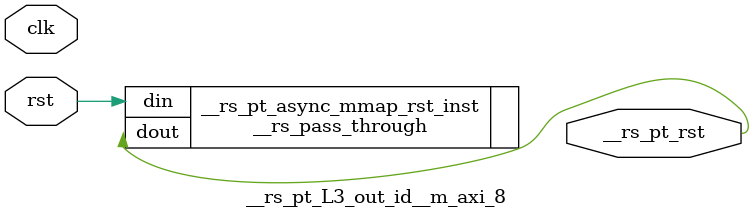
<source format=v>
`timescale 1 ns / 1 ps
/**   Generated by RapidStream   **/
module __rs_pt_L3_out_id__m_axi_8 #(
    parameter BufferSize         = 32,
    parameter BufferSizeLog      = 5,
    parameter AddrWidth          = 64,
    parameter AxiSideAddrWidth   = 64,
    parameter DataWidth          = 512,
    parameter DataWidthBytesLog  = 6,
    parameter WaitTimeWidth      = 4,
    parameter BurstLenWidth      = 8,
    parameter EnableReadChannel  = 1,
    parameter EnableWriteChannel = 1,
    parameter MaxWaitTime        = 3,
    parameter MaxBurstLen        = 15
) (
    output wire __rs_pt_rst,
    input wire  clk,
    input wire  rst
);




__rs_pass_through #(
    .WIDTH (1)
) __rs_pt_async_mmap_rst_inst /**   Generated by RapidStream   **/ (
    .din  (rst),
    .dout (__rs_pt_rst)
);

endmodule  // __rs_pt_L3_out_id__m_axi_8
</source>
